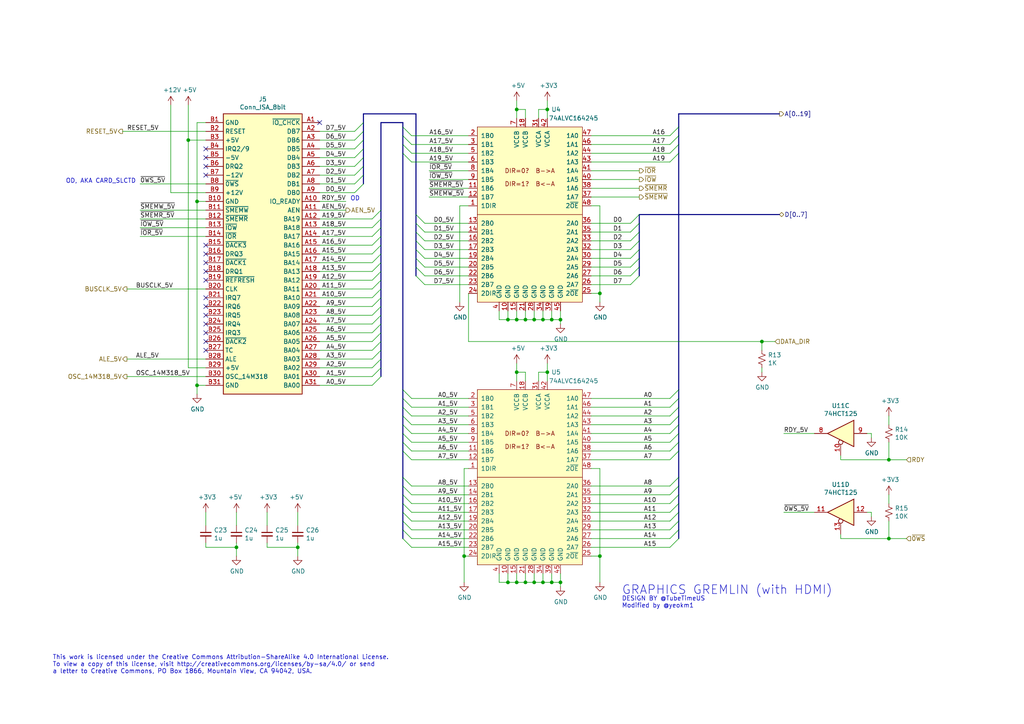
<source format=kicad_sch>
(kicad_sch (version 20230121) (generator eeschema)
  (paper "A4")
  (title_block (title "ISA Bus Interface") (date "2024-01-04") (rev "2.4"))
  (lib_symbols
    (symbol "74xx:74LS125" (pin_names (offset 1.016))
      (property "Reference" "U" (at 0 1.27 0))
      (property "Value" "74LS125" (at 0 -1.27 0))
      (symbol "74LS125_1_0"
        (polyline (pts (xy -3.81 3.81) (xy -3.81 -3.81) (xy 3.81 0) (xy -3.81 3.81)) (stroke (width 0.254)) (fill (type background)))
        (pin input inverted (at 0 -6.35 90) (length 4.445) (name "~") (number "1"))
        (pin input line (at -7.62 0 0) (length 3.81) (name "~") (number "2"))
        (pin tri_state line (at 7.62 0 180) (length 3.81) (name "~") (number "3"))
      )
      (symbol "74LS125_2_0"
        (polyline (pts (xy -3.81 3.81) (xy -3.81 -3.81) (xy 3.81 0) (xy -3.81 3.81)) (stroke (width 0.254)) (fill (type background)))
        (pin input inverted (at 0 -6.35 90) (length 4.445) (name "~") (number "4"))
        (pin input line (at -7.62 0 0) (length 3.81) (name "~") (number "5"))
        (pin tri_state line (at 7.62 0 180) (length 3.81) (name "~") (number "6"))
      )
      (symbol "74LS125_3_0"
        (polyline (pts (xy -3.81 3.81) (xy -3.81 -3.81) (xy 3.81 0) (xy -3.81 3.81)) (stroke (width 0.254)) (fill (type background)))
        (pin input inverted (at 0 -6.35 90) (length 4.445) (name "~") (number "10"))
        (pin tri_state line (at 7.62 0 180) (length 3.81) (name "~") (number "8"))
        (pin input line (at -7.62 0 0) (length 3.81) (name "~") (number "9"))
      )
      (symbol "74LS125_4_0"
        (polyline (pts (xy -3.81 3.81) (xy -3.81 -3.81) (xy 3.81 0) (xy -3.81 3.81)) (stroke (width 0.254)) (fill (type background)))
        (pin tri_state line (at 7.62 0 180) (length 3.81) (name "~") (number "11"))
        (pin input line (at -7.62 0 0) (length 3.81) (name "~") (number "12"))
        (pin input inverted (at 0 -6.35 90) (length 4.445) (name "~") (number "13"))
      )
      (symbol "74LS125_5_0"
        (pin power_in line (at 0 12.7 270) (length 5.08) (name "VCC") (number "14"))
        (pin power_in line (at 0 -12.7 90) (length 5.08) (name "GND") (number "7"))
      )
      (symbol "74LS125_5_1"
        (rectangle (start -5.08 7.62) (end 5.08 -7.62) (stroke (width 0.254)) (fill (type background)))
      )
    )
    (symbol "Device:C_Small" (pin_numbers hide) (pin_names (offset 0.254) hide)
      (property "Reference" "C" (at 0.254 1.778 0))
      (property "Value" "C_Small" (at 0.254 -2.032 0))
      (symbol "C_Small_0_1"
        (polyline (pts (xy -1.524 -0.508) (xy 1.524 -0.508)) (stroke (width 0.3302)))
        (polyline (pts (xy -1.524 0.508) (xy 1.524 0.508)) (stroke (width 0.3048)))
      )
      (symbol "C_Small_1_1"
        (pin passive line (at 0 2.54 270) (length 2.032) (name "~") (number "1"))
        (pin passive line (at 0 -2.54 90) (length 2.032) (name "~") (number "2"))
      )
    )
    (symbol "Device:R_Small_US" (pin_numbers hide) (pin_names (offset 0.254) hide)
      (property "Reference" "R" (at 0.762 0.508 0))
      (property "Value" "R_Small_US" (at 0.762 -1.016 0))
      (symbol "R_Small_US_1_1"
        (polyline (pts (xy 0 0) (xy 1.016 -0.381) (xy 0 -0.762) (xy -1.016 -1.143) (xy 0 -1.524)))
        (polyline (pts (xy 0 1.524) (xy 1.016 1.143) (xy 0 0.762) (xy -1.016 0.381) (xy 0 0)))
        (pin passive line (at 0 2.54 270) (length 1.016) (name "~") (number "1"))
        (pin passive line (at 0 -2.54 90) (length 1.016) (name "~") (number "2"))
      )
    )
    (symbol "isavideo-rescue:74ALVC164245-logic" (pin_names (offset 1.016))
      (property "Reference" "U" (at 24.13 3.81 0))
      (property "Value" "74ALVC164245-logic" (at 29.21 1.27 0))
      (symbol "74ALVC164245-logic_0_0"
        (text "DIR=0?  B->A" (at 15.24 -12.7 0) (effects (font (size 1.27 1.27))))
        (text "DIR=1?  B<-A" (at 15.24 -16.51 0) (effects (font (size 1.27 1.27))))
      )
      (symbol "74ALVC164245-logic_0_1"
        (polyline (pts (xy 0 -25.4) (xy 30.48 -25.4)))
        (rectangle (start 0 0) (end 30.48 -50.8) (fill (type background)))
      )
      (symbol "74ALVC164245-logic_1_1"
        (pin input line (at -2.54 -22.86 0) (length 2.54) (name "1DIR") (number "1"))
        (pin power_in line (at 8.89 -53.34 90) (length 2.54) (name "GND") (number "10"))
        (pin bidirectional line (at -2.54 -17.78 0) (length 2.54) (name "1B6") (number "11"))
        (pin bidirectional line (at -2.54 -20.32 0) (length 2.54) (name "1B7") (number "12"))
        (pin bidirectional line (at -2.54 -27.94 0) (length 2.54) (name "2B0") (number "13"))
        (pin bidirectional line (at -2.54 -30.48 0) (length 2.54) (name "2B1") (number "14"))
        (pin power_in line (at 11.43 -53.34 90) (length 2.54) (name "GND") (number "15"))
        (pin bidirectional line (at -2.54 -33.02 0) (length 2.54) (name "2B2") (number "16"))
        (pin bidirectional line (at -2.54 -35.56 0) (length 2.54) (name "2B3") (number "17"))
        (pin power_in line (at 13.97 2.54 270) (length 2.54) (name "VCCB") (number "18"))
        (pin bidirectional line (at -2.54 -38.1 0) (length 2.54) (name "2B4") (number "19"))
        (pin bidirectional line (at -2.54 -2.54 0) (length 2.54) (name "1B0") (number "2"))
        (pin bidirectional line (at -2.54 -40.64 0) (length 2.54) (name "2B5") (number "20"))
        (pin power_in line (at 13.97 -53.34 90) (length 2.54) (name "GND") (number "21"))
        (pin bidirectional line (at -2.54 -43.18 0) (length 2.54) (name "2B6") (number "22"))
        (pin bidirectional line (at -2.54 -45.72 0) (length 2.54) (name "2B7") (number "23"))
        (pin input line (at -2.54 -48.26 0) (length 2.54) (name "2DIR") (number "24"))
        (pin input line (at 33.02 -48.26 180) (length 2.54) (name "2~{OE}") (number "25"))
        (pin bidirectional line (at 33.02 -45.72 180) (length 2.54) (name "2A7") (number "26"))
        (pin bidirectional line (at 33.02 -43.18 180) (length 2.54) (name "2A6") (number "27"))
        (pin power_in line (at 16.51 -53.34 90) (length 2.54) (name "GND") (number "28"))
        (pin bidirectional line (at 33.02 -40.64 180) (length 2.54) (name "2A5") (number "29"))
        (pin bidirectional line (at -2.54 -5.08 0) (length 2.54) (name "1B1") (number "3"))
        (pin bidirectional line (at 33.02 -38.1 180) (length 2.54) (name "2A4") (number "30"))
        (pin power_in line (at 17.78 2.54 270) (length 2.54) (name "VCCA") (number "31"))
        (pin bidirectional line (at 33.02 -35.56 180) (length 2.54) (name "2A3") (number "32"))
        (pin bidirectional line (at 33.02 -33.02 180) (length 2.54) (name "2A2") (number "33"))
        (pin power_in line (at 19.05 -53.34 90) (length 2.54) (name "GND") (number "34"))
        (pin bidirectional line (at 33.02 -30.48 180) (length 2.54) (name "2A1") (number "35"))
        (pin bidirectional line (at 33.02 -27.94 180) (length 2.54) (name "2A0") (number "36"))
        (pin bidirectional line (at 33.02 -20.32 180) (length 2.54) (name "1A7") (number "37"))
        (pin bidirectional line (at 33.02 -17.78 180) (length 2.54) (name "1A6") (number "38"))
        (pin power_in line (at 21.59 -53.34 90) (length 2.54) (name "GND") (number "39"))
        (pin power_in line (at 6.35 -53.34 90) (length 2.54) (name "GND") (number "4"))
        (pin bidirectional line (at 33.02 -15.24 180) (length 2.54) (name "1A5") (number "40"))
        (pin bidirectional line (at 33.02 -12.7 180) (length 2.54) (name "1A4") (number "41"))
        (pin power_in line (at 20.32 2.54 270) (length 2.54) (name "VCCA") (number "42"))
        (pin bidirectional line (at 33.02 -10.16 180) (length 2.54) (name "1A3") (number "43"))
        (pin bidirectional line (at 33.02 -7.62 180) (length 2.54) (name "1A2") (number "44"))
        (pin power_in line (at 24.13 -53.34 90) (length 2.54) (name "GND") (number "45"))
        (pin bidirectional line (at 33.02 -5.08 180) (length 2.54) (name "1A1") (number "46"))
        (pin bidirectional line (at 33.02 -2.54 180) (length 2.54) (name "1A0") (number "47"))
        (pin bidirectional line (at 33.02 -22.86 180) (length 2.54) (name "2~{OE}") (number "48"))
        (pin bidirectional line (at -2.54 -7.62 0) (length 2.54) (name "1B2") (number "5"))
        (pin bidirectional line (at -2.54 -10.16 0) (length 2.54) (name "1B3") (number "6"))
        (pin power_in line (at 11.43 2.54 270) (length 2.54) (name "VCCB") (number "7"))
        (pin bidirectional line (at -2.54 -12.7 0) (length 2.54) (name "1B4") (number "8"))
        (pin bidirectional line (at -2.54 -15.24 0) (length 2.54) (name "1B5") (number "9"))
      )
    )
    (symbol "isavideo-rescue:Conn_ISA_8bit-connectors"
      (property "Reference" "J" (at 11.43 1.905 0))
      (property "Value" "Conn_ISA_8bit-connectors" (at 11.43 -82.55 0))
      (symbol "Conn_ISA_8bit-connectors_0_1"
        (rectangle (start 0 -81.28) (end 22.86 0) (stroke (width 0.254)) (fill (type background)))
      )
      (symbol "Conn_ISA_8bit-connectors_1_1"
        (pin passive line (at 27.94 -2.54 180) (length 5.08) (name "~{IO_CHCK}") (number "A1"))
        (pin passive line (at 27.94 -25.4 180) (length 5.08) (name "IO_READY") (number "A10"))
        (pin output line (at 27.94 -27.94 180) (length 5.08) (name "AEN") (number "A11"))
        (pin tri_state line (at 27.94 -30.48 180) (length 5.08) (name "BA19") (number "A12"))
        (pin tri_state line (at 27.94 -33.02 180) (length 5.08) (name "BA18") (number "A13"))
        (pin tri_state line (at 27.94 -35.56 180) (length 5.08) (name "BA17") (number "A14"))
        (pin tri_state line (at 27.94 -38.1 180) (length 5.08) (name "BA16") (number "A15"))
        (pin tri_state line (at 27.94 -40.64 180) (length 5.08) (name "BA15") (number "A16"))
        (pin tri_state line (at 27.94 -43.18 180) (length 5.08) (name "BA14") (number "A17"))
        (pin tri_state line (at 27.94 -45.72 180) (length 5.08) (name "BA13") (number "A18"))
        (pin tri_state line (at 27.94 -48.26 180) (length 5.08) (name "BA12") (number "A19"))
        (pin tri_state line (at 27.94 -5.08 180) (length 5.08) (name "DB7") (number "A2"))
        (pin tri_state line (at 27.94 -50.8 180) (length 5.08) (name "BA11") (number "A20"))
        (pin tri_state line (at 27.94 -53.34 180) (length 5.08) (name "BA10") (number "A21"))
        (pin tri_state line (at 27.94 -55.88 180) (length 5.08) (name "BA09") (number "A22"))
        (pin tri_state line (at 27.94 -58.42 180) (length 5.08) (name "BA08") (number "A23"))
        (pin tri_state line (at 27.94 -60.96 180) (length 5.08) (name "BA07") (number "A24"))
        (pin tri_state line (at 27.94 -63.5 180) (length 5.08) (name "BA06") (number "A25"))
        (pin tri_state line (at 27.94 -66.04 180) (length 5.08) (name "BA05") (number "A26"))
        (pin tri_state line (at 27.94 -68.58 180) (length 5.08) (name "BA04") (number "A27"))
        (pin tri_state line (at 27.94 -71.12 180) (length 5.08) (name "BA03") (number "A28"))
        (pin tri_state line (at 27.94 -73.66 180) (length 5.08) (name "BA02") (number "A29"))
        (pin tri_state line (at 27.94 -7.62 180) (length 5.08) (name "DB6") (number "A3"))
        (pin tri_state line (at 27.94 -76.2 180) (length 5.08) (name "BA01") (number "A30"))
        (pin tri_state line (at 27.94 -78.74 180) (length 5.08) (name "BA00") (number "A31"))
        (pin tri_state line (at 27.94 -10.16 180) (length 5.08) (name "DB5") (number "A4"))
        (pin tri_state line (at 27.94 -12.7 180) (length 5.08) (name "DB4") (number "A5"))
        (pin tri_state line (at 27.94 -15.24 180) (length 5.08) (name "DB3") (number "A6"))
        (pin tri_state line (at 27.94 -17.78 180) (length 5.08) (name "DB2") (number "A7"))
        (pin tri_state line (at 27.94 -20.32 180) (length 5.08) (name "DB1") (number "A8"))
        (pin tri_state line (at 27.94 -22.86 180) (length 5.08) (name "DB0") (number "A9"))
        (pin power_out line (at -5.08 -2.54 0) (length 5.08) (name "GND") (number "B1"))
        (pin power_in line (at -5.08 -25.4 0) (length 5.08) (name "GND") (number "B10"))
        (pin output line (at -5.08 -27.94 0) (length 5.08) (name "~{SMEMW}") (number "B11"))
        (pin output line (at -5.08 -30.48 0) (length 5.08) (name "~{SMEMR}") (number "B12"))
        (pin output line (at -5.08 -33.02 0) (length 5.08) (name "~{IOW}") (number "B13"))
        (pin output line (at -5.08 -35.56 0) (length 5.08) (name "~{IOR}") (number "B14"))
        (pin passive line (at -5.08 -38.1 0) (length 5.08) (name "~{DACK3}") (number "B15"))
        (pin passive line (at -5.08 -40.64 0) (length 5.08) (name "DRQ3") (number "B16"))
        (pin passive line (at -5.08 -43.18 0) (length 5.08) (name "~{DACK1}") (number "B17"))
        (pin passive line (at -5.08 -45.72 0) (length 5.08) (name "DRQ1") (number "B18"))
        (pin passive line (at -5.08 -48.26 0) (length 5.08) (name "~{REFRESH}") (number "B19"))
        (pin output line (at -5.08 -5.08 0) (length 5.08) (name "RESET") (number "B2"))
        (pin output line (at -5.08 -50.8 0) (length 5.08) (name "CLK") (number "B20"))
        (pin passive line (at -5.08 -53.34 0) (length 5.08) (name "IRQ7") (number "B21"))
        (pin passive line (at -5.08 -55.88 0) (length 5.08) (name "IRQ6") (number "B22"))
        (pin passive line (at -5.08 -58.42 0) (length 5.08) (name "IRQ5") (number "B23"))
        (pin passive line (at -5.08 -60.96 0) (length 5.08) (name "IRQ4") (number "B24"))
        (pin passive line (at -5.08 -63.5 0) (length 5.08) (name "IRQ3") (number "B25"))
        (pin passive line (at -5.08 -66.04 0) (length 5.08) (name "~{DACK2}") (number "B26"))
        (pin passive line (at -5.08 -68.58 0) (length 5.08) (name "TC") (number "B27"))
        (pin output line (at -5.08 -71.12 0) (length 5.08) (name "ALE") (number "B28"))
        (pin power_in line (at -5.08 -73.66 0) (length 5.08) (name "+5V") (number "B29"))
        (pin power_out line (at -5.08 -7.62 0) (length 5.08) (name "+5V") (number "B3"))
        (pin output line (at -5.08 -76.2 0) (length 5.08) (name "OSC_14M318") (number "B30"))
        (pin power_in line (at -5.08 -78.74 0) (length 5.08) (name "GND") (number "B31"))
        (pin passive line (at -5.08 -10.16 0) (length 5.08) (name "IRQ2/9") (number "B4"))
        (pin power_out line (at -5.08 -12.7 0) (length 5.08) (name "-5V") (number "B5"))
        (pin passive line (at -5.08 -15.24 0) (length 5.08) (name "DRQ2") (number "B6"))
        (pin power_out line (at -5.08 -17.78 0) (length 5.08) (name "-12V") (number "B7"))
        (pin passive line (at -5.08 -20.32 0) (length 5.08) (name "~{0WS}") (number "B8"))
        (pin power_out line (at -5.08 -22.86 0) (length 5.08) (name "+12V") (number "B9"))
      )
    )
    (symbol "power:+12V" (power) (pin_names (offset 0))
      (property "Value" "+12V" (at 0 3.556 0))
      (symbol "+12V_0_1"
        (polyline (pts (xy -0.762 1.27) (xy 0 2.54)))
        (polyline (pts (xy 0 0) (xy 0 2.54)))
        (polyline (pts (xy 0 2.54) (xy 0.762 1.27)))
      )
      (symbol "+12V_1_1"
        (pin power_in line (at 0 0 90) (length 0) hide (name "+12V") (number "1"))
      )
    )
    (symbol "power:+3V3" (power) (pin_names (offset 0))
      (property "Value" "+3V3" (at 0 3.556 0))
      (symbol "+3V3_0_1"
        (polyline (pts (xy -0.762 1.27) (xy 0 2.54)))
        (polyline (pts (xy 0 0) (xy 0 2.54)))
        (polyline (pts (xy 0 2.54) (xy 0.762 1.27)))
      )
      (symbol "+3V3_1_1"
        (pin power_in line (at 0 0 90) (length 0) hide (name "+3V3") (number "1"))
      )
    )
    (symbol "power:+5V" (power) (pin_names (offset 0))
      (property "Value" "+5V" (at 0 3.556 0))
      (symbol "+5V_0_1"
        (polyline (pts (xy -0.762 1.27) (xy 0 2.54)))
        (polyline (pts (xy 0 0) (xy 0 2.54)))
        (polyline (pts (xy 0 2.54) (xy 0.762 1.27)))
      )
      (symbol "+5V_1_1"
        (pin power_in line (at 0 0 90) (length 0) hide (name "+5V") (number "1"))
      )
    )
    (symbol "power:GND" (power) (pin_names (offset 0))
      (property "Value" "GND" (at 0 -3.81 0))
      (symbol "GND_0_1"
        (polyline (pts (xy 0 0) (xy 0 -1.27) (xy 1.27 -1.27) (xy 0 -2.54) (xy -1.27 -1.27) (xy 0 -1.27)))
      )
      (symbol "GND_1_1"
        (pin power_in line (at 0 0 270) (length 0) hide (name "GND") (number "1"))
      )
    )
  )
  (junction (at 149.86 168.91))
  (junction (at 257.81 156.21))
  (junction (at 160.02 92.71))
  (junction (at 147.32 92.71))
  (junction (at 162.56 92.71))
  (junction (at 220.98 99.06))
  (junction (at 152.4 168.91))
  (junction (at 154.94 168.91))
  (junction (at 134.62 161.29))
  (junction (at 149.86 107.95))
  (junction (at 162.56 168.91))
  (junction (at 158.75 31.75))
  (junction (at 57.15 111.76))
  (junction (at 257.81 133.35))
  (junction (at 152.4 92.71))
  (junction (at 173.99 85.09))
  (junction (at 68.58 158.75))
  (junction (at 173.99 161.29))
  (junction (at 54.61 40.64))
  (junction (at 154.94 92.71))
  (junction (at 147.32 168.91))
  (junction (at 160.02 168.91))
  (junction (at 157.48 92.71))
  (junction (at 57.15 58.42))
  (junction (at 86.36 158.75))
  (junction (at 149.86 92.71))
  (junction (at 157.48 168.91))
  (junction (at 149.86 31.75))
  (junction (at 158.75 107.95))
  (no_connect (at 59.69 88.9))
  (no_connect (at 59.69 93.98))
  (no_connect (at 59.69 48.26))
  (no_connect (at 59.69 50.8))
  (no_connect (at 92.71 35.56))
  (no_connect (at 59.69 96.52))
  (no_connect (at 59.69 76.2))
  (no_connect (at 59.69 73.66))
  (no_connect (at 59.69 45.72))
  (no_connect (at 59.69 99.06))
  (no_connect (at 59.69 43.18))
  (no_connect (at 59.69 101.6))
  (no_connect (at 59.69 91.44))
  (no_connect (at 59.69 86.36))
  (no_connect (at 59.69 71.12))
  (no_connect (at 59.69 78.74))
  (no_connect (at 59.69 81.28))
  (bus_entry (at 119.38 151.13) (size -2.54 -2.54))
  (bus_entry (at 182.88 72.39) (size 2.54 -2.54))
  (bus_entry (at 182.88 77.47) (size 2.54 -2.54))
  (bus_entry (at 194.31 41.91) (size 2.54 -2.54))
  (bus_entry (at 182.88 82.55) (size 2.54 -2.54))
  (bus_entry (at 182.88 67.31) (size 2.54 -2.54))
  (bus_entry (at 107.95 81.28) (size 2.54 -2.54))
  (bus_entry (at 194.31 153.67) (size 2.54 -2.54))
  (bus_entry (at 194.31 151.13) (size 2.54 -2.54))
  (bus_entry (at 107.95 96.52) (size 2.54 -2.54))
  (bus_entry (at 102.87 38.1) (size 2.54 -2.54))
  (bus_entry (at 120.65 64.77) (size 2.54 2.54))
  (bus_entry (at 194.31 39.37) (size 2.54 -2.54))
  (bus_entry (at 194.31 158.75) (size 2.54 -2.54))
  (bus_entry (at 194.31 118.11) (size 2.54 -2.54))
  (bus_entry (at 194.31 156.21) (size 2.54 -2.54))
  (bus_entry (at 107.95 71.12) (size 2.54 -2.54))
  (bus_entry (at 107.95 111.76) (size 2.54 -2.54))
  (bus_entry (at 194.31 128.27) (size 2.54 -2.54))
  (bus_entry (at 120.65 67.31) (size 2.54 2.54))
  (bus_entry (at 119.38 148.59) (size -2.54 -2.54))
  (bus_entry (at 182.88 80.01) (size 2.54 -2.54))
  (bus_entry (at 119.38 156.21) (size -2.54 -2.54))
  (bus_entry (at 119.38 130.81) (size -2.54 -2.54))
  (bus_entry (at 194.31 148.59) (size 2.54 -2.54))
  (bus_entry (at 120.65 69.85) (size 2.54 2.54))
  (bus_entry (at 194.31 133.35) (size 2.54 -2.54))
  (bus_entry (at 194.31 123.19) (size 2.54 -2.54))
  (bus_entry (at 119.38 118.11) (size -2.54 -2.54))
  (bus_entry (at 182.88 74.93) (size 2.54 -2.54))
  (bus_entry (at 120.65 74.93) (size 2.54 2.54))
  (bus_entry (at 194.31 146.05) (size 2.54 -2.54))
  (bus_entry (at 119.38 158.75) (size -2.54 -2.54))
  (bus_entry (at 120.65 77.47) (size 2.54 2.54))
  (bus_entry (at 102.87 40.64) (size 2.54 -2.54))
  (bus_entry (at 107.95 86.36) (size 2.54 -2.54))
  (bus_entry (at 194.31 115.57) (size 2.54 -2.54))
  (bus_entry (at 107.95 68.58) (size 2.54 -2.54))
  (bus_entry (at 119.38 115.57) (size -2.54 -2.54))
  (bus_entry (at 119.38 125.73) (size -2.54 -2.54))
  (bus_entry (at 107.95 63.5) (size 2.54 -2.54))
  (bus_entry (at 194.31 120.65) (size 2.54 -2.54))
  (bus_entry (at 107.95 109.22) (size 2.54 -2.54))
  (bus_entry (at 119.38 123.19) (size -2.54 -2.54))
  (bus_entry (at 107.95 83.82) (size 2.54 -2.54))
  (bus_entry (at 119.38 146.05) (size -2.54 -2.54))
  (bus_entry (at 107.95 93.98) (size 2.54 -2.54))
  (bus_entry (at 194.31 46.99) (size 2.54 -2.54))
  (bus_entry (at 194.31 140.97) (size 2.54 -2.54))
  (bus_entry (at 120.65 80.01) (size 2.54 2.54))
  (bus_entry (at 107.95 73.66) (size 2.54 -2.54))
  (bus_entry (at 107.95 104.14) (size 2.54 -2.54))
  (bus_entry (at 120.65 72.39) (size 2.54 2.54))
  (bus_entry (at 102.87 48.26) (size 2.54 -2.54))
  (bus_entry (at 119.38 133.35) (size -2.54 -2.54))
  (bus_entry (at 102.87 50.8) (size 2.54 -2.54))
  (bus_entry (at 116.84 36.83) (size 2.54 2.54))
  (bus_entry (at 119.38 128.27) (size -2.54 -2.54))
  (bus_entry (at 119.38 140.97) (size -2.54 -2.54))
  (bus_entry (at 116.84 41.91) (size 2.54 2.54))
  (bus_entry (at 107.95 66.04) (size 2.54 -2.54))
  (bus_entry (at 116.84 44.45) (size 2.54 2.54))
  (bus_entry (at 102.87 45.72) (size 2.54 -2.54))
  (bus_entry (at 107.95 78.74) (size 2.54 -2.54))
  (bus_entry (at 102.87 55.88) (size 2.54 -2.54))
  (bus_entry (at 107.95 88.9) (size 2.54 -2.54))
  (bus_entry (at 116.84 39.37) (size 2.54 2.54))
  (bus_entry (at 107.95 106.68) (size 2.54 -2.54))
  (bus_entry (at 107.95 101.6) (size 2.54 -2.54))
  (bus_entry (at 194.31 125.73) (size 2.54 -2.54))
  (bus_entry (at 107.95 91.44) (size 2.54 -2.54))
  (bus_entry (at 182.88 69.85) (size 2.54 -2.54))
  (bus_entry (at 107.95 76.2) (size 2.54 -2.54))
  (bus_entry (at 194.31 143.51) (size 2.54 -2.54))
  (bus_entry (at 182.88 64.77) (size 2.54 -2.54))
  (bus_entry (at 107.95 99.06) (size 2.54 -2.54))
  (bus_entry (at 102.87 53.34) (size 2.54 -2.54))
  (bus_entry (at 194.31 130.81) (size 2.54 -2.54))
  (bus_entry (at 119.38 153.67) (size -2.54 -2.54))
  (bus_entry (at 194.31 44.45) (size 2.54 -2.54))
  (bus_entry (at 119.38 120.65) (size -2.54 -2.54))
  (bus_entry (at 120.65 62.23) (size 2.54 2.54))
  (bus_entry (at 102.87 43.18) (size 2.54 -2.54))
  (bus_entry (at 119.38 143.51) (size -2.54 -2.54))
  (bus (pts (xy 116.84 143.51) (xy 116.84 146.05)))
  (wire (pts (xy 173.99 161.29) (xy 173.99 168.91)))
  (wire (pts (xy 173.99 161.29) (xy 171.45 161.29)))
  (wire (pts (xy 77.47 152.4) (xy 77.47 148.59)))
  (wire (pts (xy 107.95 78.74) (xy 92.71 78.74)))
  (wire (pts (xy 59.69 152.4) (xy 59.69 148.59)))
  (wire (pts (xy 135.89 120.65) (xy 119.38 120.65)))
  (wire (pts (xy 243.84 132.08) (xy 243.84 133.35)))
  (bus (pts (xy 105.41 45.72) (xy 105.41 48.26)))
  (bus (pts (xy 196.85 148.59) (xy 196.85 151.13)))
  (wire (pts (xy 152.4 107.95) (xy 149.86 107.95)))
  (bus (pts (xy 196.85 118.11) (xy 196.85 120.65)))
  (bus (pts (xy 116.84 125.73) (xy 116.84 128.27)))
  (bus (pts (xy 116.84 35.56) (xy 116.84 36.83)))
  (bus (pts (xy 196.85 153.67) (xy 196.85 156.21)))
  (wire (pts (xy 171.45 44.45) (xy 194.31 44.45)))
  (wire (pts (xy 59.69 38.1) (xy 35.56 38.1)))
  (bus (pts (xy 116.84 41.91) (xy 116.84 44.45)))
  (wire (pts (xy 162.56 168.91) (xy 162.56 170.18)))
  (bus (pts (xy 196.85 125.73) (xy 196.85 128.27)))
  (bus (pts (xy 185.42 69.85) (xy 185.42 72.39)))
  (wire (pts (xy 171.45 46.99) (xy 194.31 46.99)))
  (bus (pts (xy 110.49 78.74) (xy 110.49 81.28)))
  (wire (pts (xy 157.48 166.37) (xy 157.48 168.91)))
  (wire (pts (xy 57.15 111.76) (xy 57.15 58.42)))
  (wire (pts (xy 135.89 52.07) (xy 124.46 52.07)))
  (wire (pts (xy 92.71 86.36) (xy 107.95 86.36)))
  (wire (pts (xy 236.22 125.73) (xy 227.33 125.73)))
  (wire (pts (xy 59.69 104.14) (xy 36.83 104.14)))
  (wire (pts (xy 171.45 153.67) (xy 194.31 153.67)))
  (wire (pts (xy 135.89 128.27) (xy 119.38 128.27)))
  (wire (pts (xy 135.89 125.73) (xy 119.38 125.73)))
  (wire (pts (xy 171.45 120.65) (xy 194.31 120.65)))
  (wire (pts (xy 257.81 120.65) (xy 257.81 123.19)))
  (wire (pts (xy 59.69 157.48) (xy 59.69 158.75)))
  (wire (pts (xy 257.81 151.13) (xy 257.81 156.21)))
  (wire (pts (xy 92.71 45.72) (xy 102.87 45.72)))
  (wire (pts (xy 220.98 106.68) (xy 220.98 107.95)))
  (wire (pts (xy 171.45 41.91) (xy 194.31 41.91)))
  (wire (pts (xy 124.46 49.53) (xy 135.89 49.53)))
  (wire (pts (xy 149.86 92.71) (xy 152.4 92.71)))
  (wire (pts (xy 57.15 58.42) (xy 59.69 58.42)))
  (wire (pts (xy 135.89 130.81) (xy 119.38 130.81)))
  (wire (pts (xy 40.64 66.04) (xy 59.69 66.04)))
  (wire (pts (xy 149.86 166.37) (xy 149.86 168.91)))
  (wire (pts (xy 171.45 54.61) (xy 185.42 54.61)))
  (bus (pts (xy 185.42 62.23) (xy 226.06 62.23)))
  (bus (pts (xy 196.85 138.43) (xy 196.85 140.97)))
  (wire (pts (xy 49.53 30.48) (xy 49.53 55.88)))
  (wire (pts (xy 135.89 153.67) (xy 119.38 153.67)))
  (bus (pts (xy 116.84 44.45) (xy 116.84 113.03)))
  (wire (pts (xy 144.78 166.37) (xy 144.78 168.91)))
  (wire (pts (xy 156.21 31.75) (xy 156.21 34.29)))
  (bus (pts (xy 110.49 83.82) (xy 110.49 86.36)))
  (wire (pts (xy 135.89 118.11) (xy 119.38 118.11)))
  (bus (pts (xy 110.49 35.56) (xy 116.84 35.56)))
  (wire (pts (xy 162.56 92.71) (xy 162.56 93.98)))
  (wire (pts (xy 59.69 158.75) (xy 68.58 158.75)))
  (bus (pts (xy 116.84 118.11) (xy 116.84 120.65)))
  (wire (pts (xy 160.02 166.37) (xy 160.02 168.91)))
  (wire (pts (xy 92.71 101.6) (xy 107.95 101.6)))
  (wire (pts (xy 156.21 107.95) (xy 156.21 110.49)))
  (wire (pts (xy 158.75 105.41) (xy 158.75 107.95)))
  (bus (pts (xy 110.49 88.9) (xy 110.49 91.44)))
  (wire (pts (xy 135.89 135.89) (xy 134.62 135.89)))
  (wire (pts (xy 135.89 158.75) (xy 119.38 158.75)))
  (bus (pts (xy 120.65 77.47) (xy 120.65 80.01)))
  (wire (pts (xy 171.45 135.89) (xy 173.99 135.89)))
  (wire (pts (xy 171.45 57.15) (xy 185.42 57.15)))
  (wire (pts (xy 92.71 96.52) (xy 107.95 96.52)))
  (bus (pts (xy 196.85 39.37) (xy 196.85 41.91)))
  (wire (pts (xy 154.94 168.91) (xy 157.48 168.91)))
  (bus (pts (xy 116.84 123.19) (xy 116.84 125.73)))
  (wire (pts (xy 149.86 168.91) (xy 152.4 168.91)))
  (wire (pts (xy 135.89 77.47) (xy 123.19 77.47)))
  (wire (pts (xy 135.89 67.31) (xy 123.19 67.31)))
  (bus (pts (xy 185.42 74.93) (xy 185.42 77.47)))
  (wire (pts (xy 147.32 168.91) (xy 149.86 168.91)))
  (wire (pts (xy 135.89 140.97) (xy 119.38 140.97)))
  (wire (pts (xy 92.71 66.04) (xy 107.95 66.04)))
  (wire (pts (xy 144.78 92.71) (xy 147.32 92.71)))
  (wire (pts (xy 171.45 133.35) (xy 194.31 133.35)))
  (wire (pts (xy 107.95 93.98) (xy 92.71 93.98)))
  (wire (pts (xy 236.22 148.59) (xy 227.33 148.59)))
  (wire (pts (xy 171.45 39.37) (xy 194.31 39.37)))
  (wire (pts (xy 107.95 63.5) (xy 92.71 63.5)))
  (wire (pts (xy 171.45 115.57) (xy 194.31 115.57)))
  (wire (pts (xy 152.4 92.71) (xy 154.94 92.71)))
  (bus (pts (xy 196.85 113.03) (xy 196.85 115.57)))
  (wire (pts (xy 152.4 31.75) (xy 149.86 31.75)))
  (wire (pts (xy 135.89 80.01) (xy 123.19 80.01)))
  (wire (pts (xy 171.45 143.51) (xy 194.31 143.51)))
  (wire (pts (xy 135.89 161.29) (xy 134.62 161.29)))
  (wire (pts (xy 92.71 76.2) (xy 107.95 76.2)))
  (bus (pts (xy 105.41 43.18) (xy 105.41 45.72)))
  (wire (pts (xy 220.98 101.6) (xy 220.98 99.06)))
  (wire (pts (xy 135.89 85.09) (xy 135.89 99.06)))
  (bus (pts (xy 110.49 76.2) (xy 110.49 78.74)))
  (wire (pts (xy 92.71 55.88) (xy 102.87 55.88)))
  (wire (pts (xy 154.94 166.37) (xy 154.94 168.91)))
  (bus (pts (xy 110.49 66.04) (xy 110.49 68.58)))
  (bus (pts (xy 196.85 151.13) (xy 196.85 153.67)))
  (wire (pts (xy 171.45 146.05) (xy 194.31 146.05)))
  (bus (pts (xy 105.41 33.02) (xy 105.41 35.56)))
  (bus (pts (xy 120.65 69.85) (xy 120.65 72.39)))
  (wire (pts (xy 57.15 111.76) (xy 59.69 111.76)))
  (wire (pts (xy 171.45 77.47) (xy 182.88 77.47)))
  (wire (pts (xy 158.75 107.95) (xy 156.21 107.95)))
  (bus (pts (xy 116.84 138.43) (xy 116.84 140.97)))
  (bus (pts (xy 110.49 35.56) (xy 110.49 60.96)))
  (wire (pts (xy 147.32 166.37) (xy 147.32 168.91)))
  (wire (pts (xy 54.61 30.48) (xy 54.61 40.64)))
  (wire (pts (xy 133.35 59.69) (xy 133.35 87.63)))
  (bus (pts (xy 110.49 63.5) (xy 110.49 66.04)))
  (bus (pts (xy 110.49 71.12) (xy 110.49 73.66)))
  (wire (pts (xy 102.87 53.34) (xy 92.71 53.34)))
  (wire (pts (xy 54.61 40.64) (xy 59.69 40.64)))
  (bus (pts (xy 196.85 41.91) (xy 196.85 44.45)))
  (bus (pts (xy 110.49 99.06) (xy 110.49 101.6)))
  (wire (pts (xy 157.48 92.71) (xy 160.02 92.71)))
  (wire (pts (xy 135.89 41.91) (xy 119.38 41.91)))
  (wire (pts (xy 57.15 58.42) (xy 57.15 35.56)))
  (bus (pts (xy 196.85 115.57) (xy 196.85 118.11)))
  (wire (pts (xy 171.45 128.27) (xy 194.31 128.27)))
  (wire (pts (xy 257.81 133.35) (xy 262.89 133.35)))
  (bus (pts (xy 116.84 39.37) (xy 116.84 41.91)))
  (wire (pts (xy 149.86 107.95) (xy 149.86 105.41)))
  (wire (pts (xy 92.71 58.42) (xy 100.33 58.42)))
  (wire (pts (xy 243.84 133.35) (xy 257.81 133.35)))
  (wire (pts (xy 149.86 107.95) (xy 149.86 110.49)))
  (wire (pts (xy 158.75 29.21) (xy 158.75 31.75)))
  (wire (pts (xy 257.81 156.21) (xy 262.89 156.21)))
  (wire (pts (xy 68.58 148.59) (xy 68.58 152.4)))
  (wire (pts (xy 171.45 85.09) (xy 173.99 85.09)))
  (wire (pts (xy 171.45 158.75) (xy 194.31 158.75)))
  (bus (pts (xy 196.85 146.05) (xy 196.85 148.59)))
  (wire (pts (xy 92.71 50.8) (xy 102.87 50.8)))
  (wire (pts (xy 107.95 88.9) (xy 92.71 88.9)))
  (wire (pts (xy 92.71 106.68) (xy 107.95 106.68)))
  (wire (pts (xy 171.45 59.69) (xy 173.99 59.69)))
  (wire (pts (xy 149.86 31.75) (xy 149.86 29.21)))
  (wire (pts (xy 107.95 109.22) (xy 92.71 109.22)))
  (wire (pts (xy 135.89 146.05) (xy 119.38 146.05)))
  (wire (pts (xy 102.87 43.18) (xy 92.71 43.18)))
  (bus (pts (xy 120.65 74.93) (xy 120.65 77.47)))
  (wire (pts (xy 144.78 90.17) (xy 144.78 92.71)))
  (wire (pts (xy 107.95 104.14) (xy 92.71 104.14)))
  (bus (pts (xy 116.84 120.65) (xy 116.84 123.19)))
  (wire (pts (xy 257.81 146.05) (xy 257.81 143.51)))
  (bus (pts (xy 120.65 62.23) (xy 120.65 64.77)))
  (wire (pts (xy 119.38 39.37) (xy 135.89 39.37)))
  (wire (pts (xy 194.31 125.73) (xy 171.45 125.73)))
  (wire (pts (xy 149.86 90.17) (xy 149.86 92.71)))
  (bus (pts (xy 196.85 123.19) (xy 196.85 125.73)))
  (bus (pts (xy 185.42 67.31) (xy 185.42 69.85)))
  (wire (pts (xy 135.89 115.57) (xy 119.38 115.57)))
  (wire (pts (xy 158.75 31.75) (xy 158.75 34.29)))
  (wire (pts (xy 152.4 168.91) (xy 154.94 168.91)))
  (wire (pts (xy 59.69 63.5) (xy 40.64 63.5)))
  (wire (pts (xy 154.94 90.17) (xy 154.94 92.71)))
  (wire (pts (xy 119.38 44.45) (xy 135.89 44.45)))
  (bus (pts (xy 185.42 62.23) (xy 185.42 64.77)))
  (wire (pts (xy 243.84 154.94) (xy 243.84 156.21)))
  (wire (pts (xy 171.45 80.01) (xy 182.88 80.01)))
  (wire (pts (xy 135.89 46.99) (xy 119.38 46.99)))
  (wire (pts (xy 194.31 151.13) (xy 171.45 151.13)))
  (wire (pts (xy 59.69 60.96) (xy 40.64 60.96)))
  (bus (pts (xy 110.49 81.28) (xy 110.49 83.82)))
  (bus (pts (xy 116.84 146.05) (xy 116.84 148.59)))
  (wire (pts (xy 86.36 148.59) (xy 86.36 152.4)))
  (wire (pts (xy 54.61 106.68) (xy 59.69 106.68)))
  (wire (pts (xy 92.71 40.64) (xy 102.87 40.64)))
  (bus (pts (xy 196.85 44.45) (xy 196.85 113.03)))
  (wire (pts (xy 152.4 107.95) (xy 152.4 110.49)))
  (bus (pts (xy 110.49 73.66) (xy 110.49 76.2)))
  (wire (pts (xy 92.71 60.96) (xy 100.33 60.96)))
  (wire (pts (xy 171.45 52.07) (xy 185.42 52.07)))
  (bus (pts (xy 116.84 151.13) (xy 116.84 153.67)))
  (bus (pts (xy 110.49 60.96) (xy 110.49 63.5)))
  (wire (pts (xy 160.02 92.71) (xy 162.56 92.71)))
  (wire (pts (xy 107.95 73.66) (xy 92.71 73.66)))
  (bus (pts (xy 110.49 106.68) (xy 110.49 109.22)))
  (wire (pts (xy 102.87 48.26) (xy 92.71 48.26)))
  (wire (pts (xy 171.45 72.39) (xy 182.88 72.39)))
  (wire (pts (xy 135.89 72.39) (xy 123.19 72.39)))
  (bus (pts (xy 196.85 33.02) (xy 196.85 36.83)))
  (bus (pts (xy 196.85 140.97) (xy 196.85 143.51)))
  (wire (pts (xy 171.45 49.53) (xy 185.42 49.53)))
  (wire (pts (xy 68.58 158.75) (xy 68.58 161.29)))
  (wire (pts (xy 68.58 157.48) (xy 68.58 158.75)))
  (wire (pts (xy 135.89 123.19) (xy 119.38 123.19)))
  (wire (pts (xy 182.88 74.93) (xy 171.45 74.93)))
  (wire (pts (xy 171.45 67.31) (xy 182.88 67.31)))
  (wire (pts (xy 59.69 53.34) (xy 40.64 53.34)))
  (wire (pts (xy 171.45 148.59) (xy 194.31 148.59)))
  (bus (pts (xy 196.85 130.81) (xy 196.85 138.43)))
  (wire (pts (xy 102.87 38.1) (xy 92.71 38.1)))
  (wire (pts (xy 147.32 92.71) (xy 149.86 92.71)))
  (bus (pts (xy 185.42 64.77) (xy 185.42 67.31)))
  (bus (pts (xy 196.85 120.65) (xy 196.85 123.19)))
  (bus (pts (xy 110.49 86.36) (xy 110.49 88.9)))
  (bus (pts (xy 116.84 130.81) (xy 116.84 138.43)))
  (wire (pts (xy 135.89 74.93) (xy 123.19 74.93)))
  (wire (pts (xy 135.89 64.77) (xy 123.19 64.77)))
  (wire (pts (xy 257.81 128.27) (xy 257.81 133.35)))
  (wire (pts (xy 135.89 148.59) (xy 119.38 148.59)))
  (bus (pts (xy 120.65 64.77) (xy 120.65 67.31)))
  (bus (pts (xy 105.41 50.8) (xy 105.41 53.34)))
  (wire (pts (xy 54.61 40.64) (xy 54.61 106.68)))
  (wire (pts (xy 40.64 68.58) (xy 59.69 68.58)))
  (wire (pts (xy 152.4 90.17) (xy 152.4 92.71)))
  (wire (pts (xy 173.99 59.69) (xy 173.99 85.09)))
  (wire (pts (xy 107.95 83.82) (xy 92.71 83.82)))
  (bus (pts (xy 110.49 96.52) (xy 110.49 99.06)))
  (wire (pts (xy 59.69 83.82) (xy 36.83 83.82)))
  (bus (pts (xy 110.49 104.14) (xy 110.49 106.68)))
  (wire (pts (xy 173.99 85.09) (xy 173.99 87.63)))
  (wire (pts (xy 135.89 59.69) (xy 133.35 59.69)))
  (wire (pts (xy 252.73 148.59) (xy 252.73 149.86)))
  (wire (pts (xy 92.71 111.76) (xy 107.95 111.76)))
  (wire (pts (xy 160.02 168.91) (xy 162.56 168.91)))
  (wire (pts (xy 135.89 143.51) (xy 119.38 143.51)))
  (bus (pts (xy 185.42 77.47) (xy 185.42 80.01)))
  (bus (pts (xy 105.41 35.56) (xy 105.41 38.1)))
  (wire (pts (xy 171.45 123.19) (xy 194.31 123.19)))
  (wire (pts (xy 157.48 168.91) (xy 160.02 168.91)))
  (bus (pts (xy 116.84 128.27) (xy 116.84 130.81)))
  (wire (pts (xy 57.15 35.56) (xy 59.69 35.56)))
  (wire (pts (xy 144.78 168.91) (xy 147.32 168.91)))
  (bus (pts (xy 120.65 33.02) (xy 105.41 33.02)))
  (bus (pts (xy 196.85 128.27) (xy 196.85 130.81)))
  (wire (pts (xy 162.56 92.71) (xy 162.56 90.17)))
  (wire (pts (xy 171.45 64.77) (xy 182.88 64.77)))
  (wire (pts (xy 251.46 148.59) (xy 252.73 148.59)))
  (bus (pts (xy 110.49 91.44) (xy 110.49 93.98)))
  (wire (pts (xy 57.15 111.76) (xy 57.15 114.3)))
  (wire (pts (xy 152.4 31.75) (xy 152.4 34.29)))
  (wire (pts (xy 171.45 140.97) (xy 194.31 140.97)))
  (bus (pts (xy 185.42 72.39) (xy 185.42 74.93)))
  (wire (pts (xy 135.89 69.85) (xy 123.19 69.85)))
  (wire (pts (xy 107.95 68.58) (xy 92.71 68.58)))
  (wire (pts (xy 160.02 90.17) (xy 160.02 92.71)))
  (wire (pts (xy 92.71 91.44) (xy 107.95 91.44)))
  (bus (pts (xy 105.41 38.1) (xy 105.41 40.64)))
  (bus (pts (xy 105.41 40.64) (xy 105.41 43.18)))
  (wire (pts (xy 86.36 158.75) (xy 86.36 161.29)))
  (wire (pts (xy 92.71 71.12) (xy 107.95 71.12)))
  (wire (pts (xy 173.99 135.89) (xy 173.99 161.29)))
  (wire (pts (xy 135.89 82.55) (xy 123.19 82.55)))
  (wire (pts (xy 171.45 118.11) (xy 194.31 118.11)))
  (wire (pts (xy 171.45 69.85) (xy 182.88 69.85)))
  (wire (pts (xy 134.62 135.89) (xy 134.62 161.29)))
  (bus (pts (xy 116.84 36.83) (xy 116.84 39.37)))
  (wire (pts (xy 152.4 166.37) (xy 152.4 168.91)))
  (wire (pts (xy 135.89 151.13) (xy 119.38 151.13)))
  (wire (pts (xy 135.89 99.06) (xy 220.98 99.06)))
  (wire (pts (xy 251.46 125.73) (xy 252.73 125.73)))
  (bus (pts (xy 116.84 113.03) (xy 116.84 115.57)))
  (bus (pts (xy 196.85 143.51) (xy 196.85 146.05)))
  (wire (pts (xy 158.75 31.75) (xy 156.21 31.75)))
  (wire (pts (xy 77.47 157.48) (xy 77.47 158.75)))
  (bus (pts (xy 110.49 101.6) (xy 110.49 104.14)))
  (wire (pts (xy 134.62 161.29) (xy 134.62 168.91)))
  (bus (pts (xy 110.49 93.98) (xy 110.49 96.52)))
  (wire (pts (xy 171.45 130.81) (xy 194.31 130.81)))
  (bus (pts (xy 110.49 68.58) (xy 110.49 71.12)))
  (bus (pts (xy 196.85 33.02) (xy 226.06 33.02)))
  (bus (pts (xy 120.65 72.39) (xy 120.65 74.93)))
  (wire (pts (xy 135.89 54.61) (xy 124.46 54.61)))
  (wire (pts (xy 86.36 157.48) (xy 86.36 158.75)))
  (wire (pts (xy 107.95 99.06) (xy 92.71 99.06)))
  (wire (pts (xy 171.45 156.21) (xy 194.31 156.21)))
  (wire (pts (xy 171.45 82.55) (xy 182.88 82.55)))
  (wire (pts (xy 92.71 81.28) (xy 107.95 81.28)))
  (wire (pts (xy 147.32 90.17) (xy 147.32 92.71)))
  (bus (pts (xy 105.41 48.26) (xy 105.41 50.8)))
  (wire (pts (xy 252.73 125.73) (xy 252.73 127)))
  (wire (pts (xy 135.89 57.15) (xy 124.46 57.15)))
  (wire (pts (xy 162.56 168.91) (xy 162.56 166.37)))
  (wire (pts (xy 135.89 133.35) (xy 119.38 133.35)))
  (wire (pts (xy 59.69 109.22) (xy 36.83 109.22)))
  (wire (pts (xy 243.84 156.21) (xy 257.81 156.21)))
  (bus (pts (xy 116.84 148.59) (xy 116.84 151.13)))
  (wire (pts (xy 77.47 158.75) (xy 86.36 158.75)))
  (bus (pts (xy 116.84 153.67) (xy 116.84 156.21)))
  (wire (pts (xy 158.75 107.95) (xy 158.75 110.49)))
  (wire (pts (xy 149.86 31.75) (xy 149.86 34.29)))
  (wire (pts (xy 135.89 156.21) (xy 119.38 156.21)))
  (wire (pts (xy 157.48 90.17) (xy 157.48 92.71)))
  (bus (pts (xy 120.65 67.31) (xy 120.65 69.85)))
  (bus (pts (xy 116.84 140.97) (xy 116.84 143.51)))
  (bus (pts (xy 196.85 36.83) (xy 196.85 39.37)))
  (wire (pts (xy 59.69 55.88) (xy 49.53 55.88)))
  (bus (pts (xy 120.65 33.02) (xy 120.65 62.23)))
  (wire (pts (xy 220.98 99.06) (xy 224.79 99.06)))
  (bus (pts (xy 116.84 115.57) (xy 116.84 118.11)))
  (wire (pts (xy 154.94 92.71) (xy 157.48 92.71)))
  (text "This work is licensed under the Creative Commons Attribution-ShareAlike 4.0 International License. \nTo view a copy of this license, visit http://creativecommons.org/licenses/by-sa/4.0/ or send\na letter to Creative Commons, PO Box 1866, Mountain View, CA 94042, USA." (at 15.24 195.58 0) (effects (font (size 1.27 1.27)) (justify left bottom)))
  (text "OD, AKA CARD_SLCTD" (at 19.05 53.34 0) (effects (font (size 1.27 1.27)) (justify left bottom)))
  (text "OD" (at 101.6 58.42 0) (effects (font (size 1.27 1.27)) (justify left bottom)))
  (text "GRAPHICS GREMLIN (with HDMI)" (at 180.34 172.72 0) (effects (font (size 2.54 2.54)) (justify left bottom)))
  (text "\nDESIGN BY @TubeTimeUS\nModified by @yeokm1" (at 180.34 176.53 0) (effects (font (size 1.27 1.27)) (justify left bottom)))
  (label "A4" (at 186.69 125.73 0))
  (label "A8" (at 186.69 140.97 0))
  (label "A16" (at 189.23 39.37 0))
  (label "~{SMEMR_5V}" (at 124.46 54.61 0))
  (label "A15_5V" (at 100.33 73.66 180))
  (label "A11" (at 186.69 148.59 0))
  (label "A18" (at 189.23 44.45 0))
  (label "A16_5V" (at 124.46 39.37 0))
  (label "~{SMEMW_5V}" (at 40.64 60.96 0))
  (label "~{IOR_5V}" (at 40.64 68.58 0))
  (label "~{0WS_5V}" (at 227.33 148.59 0))
  (label "D2" (at 177.8 69.85 0))
  (label "A17_5V" (at 100.33 68.58 180))
  (label "A4_5V" (at 100.33 101.6 180))
  (label "D7_5V" (at 100.33 38.1 180))
  (label "D6_5V" (at 125.73 80.01 0))
  (label "A13" (at 186.69 153.67 0))
  (label "RDY_5V" (at 227.33 125.73 0))
  (label "A12_5V" (at 100.33 81.28 180))
  (label "D2_5V" (at 125.73 69.85 0))
  (label "A2_5V" (at 127 120.65 0))
  (label "~{IOW_5V}" (at 124.46 52.07 0))
  (label "A11_5V" (at 127 148.59 0))
  (label "~{0WS_5V}" (at 40.64 53.34 0))
  (label "D3_5V" (at 125.73 72.39 0))
  (label "A2_5V" (at 100.33 106.68 180))
  (label "A18_5V" (at 124.46 44.45 0))
  (label "A3_5V" (at 127 123.19 0))
  (label "A12_5V" (at 127 151.13 0))
  (label "D6_5V" (at 100.33 40.64 180))
  (label "A2" (at 186.69 120.65 0))
  (label "A6_5V" (at 127 130.81 0))
  (label "A16_5V" (at 100.33 71.12 180))
  (label "A14_5V" (at 100.33 76.2 180))
  (label "AEN_5V" (at 100.33 60.96 180))
  (label "A5_5V" (at 100.33 99.06 180))
  (label "A6_5V" (at 100.33 96.52 180))
  (label "D4_5V" (at 125.73 74.93 0))
  (label "A18_5V" (at 100.33 66.04 180))
  (label "D0" (at 177.8 64.77 0))
  (label "A7_5V" (at 127 133.35 0))
  (label "~{SMEMW_5V}" (at 124.46 57.15 0))
  (label "A12" (at 186.69 151.13 0))
  (label "A5" (at 186.69 128.27 0))
  (label "A9_5V" (at 100.33 88.9 180))
  (label "A8_5V" (at 100.33 91.44 180))
  (label "OSC_14M318_5V" (at 39.37 109.22 0))
  (label "D4_5V" (at 100.33 45.72 180))
  (label "BUSCLK_5V" (at 39.37 83.82 0))
  (label "A3" (at 186.69 123.19 0))
  (label "D1_5V" (at 125.73 67.31 0))
  (label "A13_5V" (at 127 153.67 0))
  (label "A17_5V" (at 124.46 41.91 0))
  (label "A3_5V" (at 100.33 104.14 180))
  (label "A14" (at 186.69 156.21 0))
  (label "A14_5V" (at 127 156.21 0))
  (label "~{IOR_5V}" (at 124.46 49.53 0))
  (label "A4_5V" (at 127 125.73 0))
  (label "~{IOW_5V}" (at 40.64 66.04 0))
  (label "A19_5V" (at 100.33 63.5 180))
  (label "A19_5V" (at 124.46 46.99 0))
  (label "A1_5V" (at 127 118.11 0))
  (label "D1" (at 177.8 67.31 0))
  (label "D1_5V" (at 100.33 53.34 180))
  (label "A10_5V" (at 100.33 86.36 180))
  (label "A1_5V" (at 100.33 109.22 180))
  (label "A7_5V" (at 100.33 93.98 180))
  (label "A7" (at 186.69 133.35 0))
  (label "D5_5V" (at 100.33 43.18 180))
  (label "D2_5V" (at 100.33 50.8 180))
  (label "A8_5V" (at 127 140.97 0))
  (label "RDY_5V" (at 100.33 58.42 180))
  (label "A1" (at 186.69 118.11 0))
  (label "D6" (at 177.8 80.01 0))
  (label "D3" (at 177.8 72.39 0))
  (label "A9" (at 186.69 143.51 0))
  (label "A17" (at 189.23 41.91 0))
  (label "A6" (at 186.69 130.81 0))
  (label "A15" (at 186.69 158.75 0))
  (label "D4" (at 177.8 74.93 0))
  (label "ALE_5V" (at 39.37 104.14 0))
  (label "D0_5V" (at 125.73 64.77 0))
  (label "D3_5V" (at 100.33 48.26 180))
  (label "RESET_5V" (at 36.83 38.1 0))
  (label "D7_5V" (at 125.73 82.55 0))
  (label "A5_5V" (at 127 128.27 0))
  (label "D5_5V" (at 125.73 77.47 0))
  (label "D5" (at 177.8 77.47 0))
  (label "A0" (at 186.69 115.57 0))
  (label "A0_5V" (at 127 115.57 0))
  (label "A11_5V" (at 100.33 83.82 180))
  (label "A10" (at 186.69 146.05 0))
  (label "A13_5V" (at 100.33 78.74 180))
  (label "A19" (at 189.23 46.99 0))
  (label "D0_5V" (at 100.33 55.88 180))
  (label "~{SMEMR_5V}" (at 40.64 63.5 0))
  (label "D7" (at 177.8 82.55 0))
  (label "A10_5V" (at 127 146.05 0))
  (label "A15_5V" (at 127 158.75 0))
  (label "A0_5V" (at 100.33 111.76 180))
  (label "A9_5V" (at 127 143.51 0))
  (hierarchical_label "RDY" (shape input) (at 262.89 133.35 0))
  (hierarchical_label "A[0..19]" (shape output) (at 226.06 33.02 0))
  (hierarchical_label "DATA_DIR" (shape input) (at 224.79 99.06 0))
  (hierarchical_label "~{SMEMW}" (shape output) (at 185.42 57.15 0))
  (hierarchical_label "D[0..7]" (shape bidirectional) (at 226.06 62.23 0))
  (hierarchical_label "OSC_14M318_5V" (shape output) (at 36.83 109.22 180))
  (hierarchical_label "~{IOW}" (shape output) (at 185.42 52.07 0))
  (hierarchical_label "ALE_5V" (shape output) (at 36.83 104.14 180))
  (hierarchical_label "~{SMEMR}" (shape output) (at 185.42 54.61 0))
  (hierarchical_label "~{0WS}" (shape input) (at 262.89 156.21 0))
  (hierarchical_label "~{IOR}" (shape output) (at 185.42 49.53 0))
  (hierarchical_label "BUSCLK_5V" (shape output) (at 36.83 83.82 180))
  (hierarchical_label "AEN_5V" (shape output) (at 100.33 60.96 0))
  (hierarchical_label "RESET_5V" (shape output) (at 35.56 38.1 180))
  (symbol (lib_id "power:GND") (at 57.15 114.3 0) (unit 1)
    (property "Reference" "#PWR022" (effects hide))
    (property "Value" "GND" (at 57.277 118.6942 0))
  )
  (symbol (lib_id "power:GND") (at 133.35 87.63 0) (unit 1)
    (property "Reference" "#PWR023" (effects hide))
    (property "Value" "GND" (at 133.477 92.0242 0))
  )
  (symbol (lib_id "power:+5V") (at 54.61 30.48 0) (unit 1)
    (property "Reference" "#PWR021" (effects hide))
    (property "Value" "+5V" (at 54.991 26.0858 0))
  )
  (symbol (lib_id "power:+5V") (at 149.86 29.21 0) (unit 1)
    (property "Reference" "#PWR025" (effects hide))
    (property "Value" "+5V" (at 150.241 24.8158 0))
  )
  (symbol (lib_id "power:GND") (at 162.56 93.98 0) (unit 1)
    (property "Reference" "#PWR029" (effects hide))
    (property "Value" "GND" (at 162.687 98.3742 0))
  )
  (symbol (lib_id "power:+3V3") (at 158.75 29.21 0) (unit 1)
    (property "Reference" "#PWR027" (effects hide))
    (property "Value" "+3V3" (at 159.131 24.8158 0))
  )
  (symbol (lib_id "isavideo-rescue:74ALVC164245-logic") (at 138.43 113.03 0) (unit 1)
    (property "Reference" "U5" (at 161.29 107.95 0))
    (property "Value" "74ALVC164245" (at 166.37 110.49 0))
    (property "Footprint" "Active:TSSOP50P810X120-48" (effects hide))
    (property "Mouser" "771-74ALVC164245" (effects hide))
  )
  (symbol (lib_id "power:+5V") (at 149.86 105.41 0) (unit 1)
    (property "Reference" "#PWR026" (effects hide))
    (property "Value" "+5V" (at 150.241 101.0158 0))
  )
  (symbol (lib_id "power:GND") (at 162.56 170.18 0) (unit 1)
    (property "Reference" "#PWR030" (effects hide))
    (property "Value" "GND" (at 162.687 174.5742 0))
  )
  (symbol (lib_id "power:+3V3") (at 158.75 105.41 0) (unit 1)
    (property "Reference" "#PWR028" (effects hide))
    (property "Value" "+3V3" (at 159.131 101.0158 0))
  )
  (symbol (lib_id "isavideo-rescue:74ALVC164245-logic") (at 138.43 36.83 0) (unit 1)
    (property "Reference" "U4" (at 161.29 31.75 0))
    (property "Value" "74ALVC164245" (at 166.37 34.29 0))
    (property "Footprint" "Active:TSSOP50P810X120-48" (effects hide))
    (property "Mouser" "771-74ALVC164245" (effects hide))
  )
  (symbol (lib_id "isavideo-rescue:Conn_ISA_8bit-connectors") (at 64.77 33.02 0) (unit 1)
    (property "Reference" "J5" (at 76.2 28.7782 0))
    (property "Value" "Conn_ISA_8bit" (at 76.2 31.0896 0))
    (property "Footprint" "Conn:BUS_PC_8BIT" (effects hide))
  )
  (symbol (lib_id "power:GND") (at 134.62 168.91 0) (unit 1)
    (property "Reference" "#PWR024" (effects hide))
    (property "Value" "GND" (at 134.747 173.3042 0))
  )
  (symbol (lib_id "power:GND") (at 173.99 87.63 0) (unit 1)
    (property "Reference" "#PWR031" (effects hide))
    (property "Value" "GND" (at 174.117 92.0242 0))
  )
  (symbol (lib_id "Device:R_Small_US") (at 257.81 125.73 0) (unit 1)
    (property "Reference" "R14" (at 259.5372 124.5616 0) (effects (justify left)))
    (property "Value" "10K" (at 259.5372 126.873 0) (effects (justify left)))
    (property "Footprint" "Passive:RESC1608X55" (effects hide))
    (property "Mouser" "603-RC0603FR-0710KL" (effects hide))
  )
  (symbol (lib_id "power:GND") (at 173.99 168.91 0) (unit 1)
    (property "Reference" "#PWR032" (effects hide))
    (property "Value" "GND" (at 174.117 173.3042 0))
  )
  (symbol (lib_id "Device:R_Small_US") (at 257.81 148.59 0) (unit 1)
    (property "Reference" "R15" (at 259.5372 147.4216 0) (effects (justify left)))
    (property "Value" "10K" (at 259.5372 149.733 0) (effects (justify left)))
    (property "Footprint" "Passive:RESC1608X55" (effects hide))
    (property "Mouser" "603-RC0603FR-0710KL" (effects hide))
  )
  (symbol (lib_id "Device:R_Small_US") (at 220.98 104.14 0) (unit 1)
    (property "Reference" "R13" (at 222.7072 102.9716 0) (effects (justify left)))
    (property "Value" "1K" (at 222.7072 105.283 0) (effects (justify left)))
    (property "Footprint" "Passive:RESC1608X55" (effects hide))
    (property "Mouser" "603-RC0603FR-071KL" (effects hide))
  )
  (symbol (lib_id "power:GND") (at 220.98 107.95 0) (unit 1)
    (property "Reference" "#PWR035" (effects hide))
    (property "Value" "GND" (at 221.107 112.3442 0))
  )
  (symbol (lib_id "74xx:74LS125") (at 243.84 125.73 0) (mirror y) (unit 3)
    (property "Reference" "U11" (at 243.84 117.6782 0))
    (property "Value" "74HCT125" (at 243.84 119.9896 0))
    (property "Footprint" "Active:TSOP65P640X110-14" (effects hide))
    (property "Datasheet" "http://www.ti.com/lit/gpn/sn74LS125" (effects hide))
    (property "Mouser" "771-74HCT125PW-T" (effects hide))
  )
  (symbol (lib_id "74xx:74LS125") (at 243.84 148.59 0) (mirror y) (unit 4)
    (property "Reference" "U11" (at 243.84 140.5382 0))
    (property "Value" "74HCT125" (at 243.84 142.8496 0))
    (property "Footprint" "Active:TSOP65P640X110-14" (effects hide))
    (property "Datasheet" "http://www.ti.com/lit/gpn/sn74LS125" (effects hide))
    (property "Mouser" "771-74HCT125PW-T" (effects hide))
  )
  (symbol (lib_id "power:GND") (at 252.73 127 0) (unit 1)
    (property "Reference" "#PWR076" (effects hide))
    (property "Value" "GND" (at 252.857 131.3942 0))
  )
  (symbol (lib_id "power:+3V3") (at 257.81 120.65 0) (unit 1)
    (property "Reference" "#PWR078" (effects hide))
    (property "Value" "+3V3" (at 258.191 116.2558 0))
  )
  (symbol (lib_id "power:GND") (at 252.73 149.86 0) (unit 1)
    (property "Reference" "#PWR077" (effects hide))
    (property "Value" "GND" (at 252.857 154.2542 0))
  )
  (symbol (lib_id "power:+3V3") (at 257.81 143.51 0) (unit 1)
    (property "Reference" "#PWR079" (effects hide))
    (property "Value" "+3V3" (at 258.191 139.1158 0))
  )
  (symbol (lib_id "Device:C_Small") (at 59.69 154.94 0) (unit 1)
    (property "Reference" "C23" (at 62.0268 153.7716 0) (effects (justify left)))
    (property "Value" "1u" (at 62.0268 156.083 0) (effects (justify left)))
    (property "Footprint" "Capacitor_SMD:C_0603_1608Metric" (effects hide))
    (property "Mouser" "810-CGA3E1X7R1C105AC" (effects hide))
  )
  (symbol (lib_id "Device:C_Small") (at 68.58 154.94 0) (unit 1)
    (property "Reference" "C24" (at 70.9168 153.7716 0) (effects (justify left)))
    (property "Value" "1u" (at 70.9168 156.083 0) (effects (justify left)))
    (property "Footprint" "Capacitor_SMD:C_0603_1608Metric" (effects hide))
    (property "Mouser" "810-CGA3E1X7R1C105AC" (effects hide))
  )
  (symbol (lib_id "power:+3V3") (at 59.69 148.59 0) (unit 1)
    (property "Reference" "#PWR066" (effects hide))
    (property "Value" "+3V3" (at 60.071 144.1958 0))
  )
  (symbol (lib_id "power:GND") (at 68.58 161.29 0) (unit 1)
    (property "Reference" "#PWR068" (effects hide))
    (property "Value" "GND" (at 68.707 165.6842 0))
  )
  (symbol (lib_id "power:+5V") (at 68.58 148.59 0) (mirror y) (unit 1)
    (property "Reference" "#PWR067" (effects hide))
    (property "Value" "+5V" (at 68.199 144.1958 0))
  )
  (symbol (lib_id "Device:C_Small") (at 77.47 154.94 0) (unit 1)
    (property "Reference" "C25" (at 79.8068 153.7716 0) (effects (justify left)))
    (property "Value" "1u" (at 79.8068 156.083 0) (effects (justify left)))
    (property "Footprint" "Capacitor_SMD:C_0603_1608Metric" (effects hide))
    (property "Mouser" "810-CGA3E1X7R1C105AC" (effects hide))
  )
  (symbol (lib_id "Device:C_Small") (at 86.36 154.94 0) (unit 1)
    (property "Reference" "C26" (at 88.6968 153.7716 0) (effects (justify left)))
    (property "Value" "1u" (at 88.6968 156.083 0) (effects (justify left)))
    (property "Footprint" "Capacitor_SMD:C_0603_1608Metric" (effects hide))
    (property "Mouser" "810-CGA3E1X7R1C105AC" (effects hide))
  )
  (symbol (lib_id "power:+3V3") (at 77.47 148.59 0) (unit 1)
    (property "Reference" "#PWR069" (effects hide))
    (property "Value" "+3V3" (at 77.851 144.1958 0))
  )
  (symbol (lib_id "power:GND") (at 86.36 161.29 0) (unit 1)
    (property "Reference" "#PWR071" (effects hide))
    (property "Value" "GND" (at 86.487 165.6842 0))
  )
  (symbol (lib_id "power:+5V") (at 86.36 148.59 0) (mirror y) (unit 1)
    (property "Reference" "#PWR070" (effects hide))
    (property "Value" "+5V" (at 85.979 144.1958 0))
  )
  (symbol (lib_id "power:+12V") (at 49.53 30.48 0) (unit 1)
    (property "Reference" "#PWR088" (effects hide))
    (property "Value" "+12V" (at 49.911 26.0858 0))
  )
)
</source>
